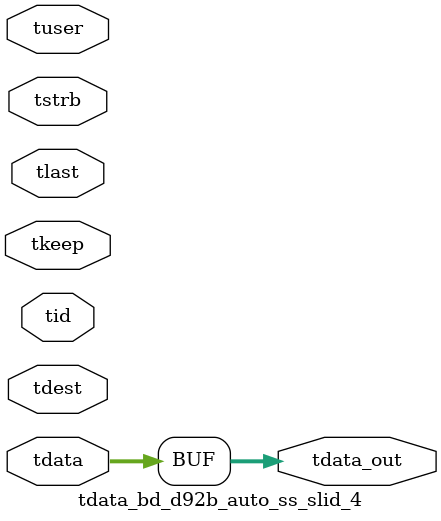
<source format=v>


`timescale 1ps/1ps

module tdata_bd_d92b_auto_ss_slid_4 #
(
parameter C_S_AXIS_TDATA_WIDTH = 32,
parameter C_S_AXIS_TUSER_WIDTH = 0,
parameter C_S_AXIS_TID_WIDTH   = 0,
parameter C_S_AXIS_TDEST_WIDTH = 0,
parameter C_M_AXIS_TDATA_WIDTH = 32
)
(
input  [(C_S_AXIS_TDATA_WIDTH == 0 ? 1 : C_S_AXIS_TDATA_WIDTH)-1:0     ] tdata,
input  [(C_S_AXIS_TUSER_WIDTH == 0 ? 1 : C_S_AXIS_TUSER_WIDTH)-1:0     ] tuser,
input  [(C_S_AXIS_TID_WIDTH   == 0 ? 1 : C_S_AXIS_TID_WIDTH)-1:0       ] tid,
input  [(C_S_AXIS_TDEST_WIDTH == 0 ? 1 : C_S_AXIS_TDEST_WIDTH)-1:0     ] tdest,
input  [(C_S_AXIS_TDATA_WIDTH/8)-1:0 ] tkeep,
input  [(C_S_AXIS_TDATA_WIDTH/8)-1:0 ] tstrb,
input                                                                    tlast,
output [C_M_AXIS_TDATA_WIDTH-1:0] tdata_out
);

assign tdata_out = {tdata[63:0]};

endmodule


</source>
